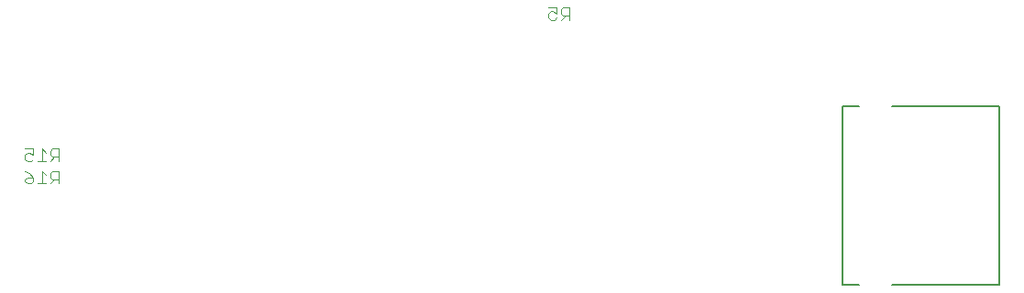
<source format=gbo>
G75*
G70*
%OFA0B0*%
%FSLAX24Y24*%
%IPPOS*%
%LPD*%
%AMOC8*
5,1,8,0,0,1.08239X$1,22.5*
%
%ADD10C,0.0040*%
%ADD11C,0.0080*%
D10*
X005584Y015603D02*
X005507Y015680D01*
X005507Y015757D01*
X005584Y015834D01*
X005814Y015834D01*
X005814Y015680D01*
X005738Y015603D01*
X005584Y015603D01*
X005814Y015834D02*
X005661Y015987D01*
X005507Y016064D01*
X005584Y016416D02*
X005738Y016416D01*
X005814Y016493D01*
X005814Y016646D02*
X005661Y016723D01*
X005584Y016723D01*
X005507Y016646D01*
X005507Y016493D01*
X005584Y016416D01*
X005814Y016646D02*
X005814Y016876D01*
X005507Y016876D01*
X006121Y016876D02*
X006121Y016416D01*
X005968Y016416D02*
X006275Y016416D01*
X006428Y016416D02*
X006582Y016569D01*
X006505Y016569D02*
X006735Y016569D01*
X006735Y016416D02*
X006735Y016876D01*
X006505Y016876D01*
X006428Y016800D01*
X006428Y016646D01*
X006505Y016569D01*
X006275Y016723D02*
X006121Y016876D01*
X006121Y016064D02*
X006121Y015603D01*
X005968Y015603D02*
X006275Y015603D01*
X006428Y015603D02*
X006582Y015757D01*
X006505Y015757D02*
X006735Y015757D01*
X006735Y015603D02*
X006735Y016064D01*
X006505Y016064D01*
X006428Y015987D01*
X006428Y015834D01*
X006505Y015757D01*
X006275Y015910D02*
X006121Y016064D01*
X024543Y021643D02*
X024619Y021567D01*
X024773Y021567D01*
X024849Y021643D01*
X024849Y021797D02*
X024696Y021874D01*
X024619Y021874D01*
X024543Y021797D01*
X024543Y021643D01*
X024849Y021797D02*
X024849Y022027D01*
X024543Y022027D01*
X025003Y021950D02*
X025003Y021797D01*
X025080Y021720D01*
X025310Y021720D01*
X025310Y021567D02*
X025310Y022027D01*
X025080Y022027D01*
X025003Y021950D01*
X025156Y021720D02*
X025003Y021567D01*
D11*
X035249Y018408D02*
X035849Y018408D01*
X035249Y018408D02*
X035249Y011912D01*
X035849Y011912D01*
X037049Y011912D02*
X040918Y011912D01*
X040918Y018408D01*
X037049Y018408D01*
M02*

</source>
